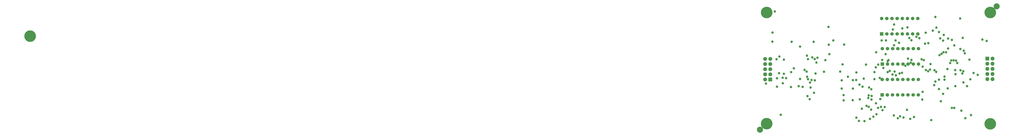
<source format=gbr>
%TF.GenerationSoftware,Altium Limited,Altium Designer,20.1.7 (139)*%
G04 Layer_Color=16711935*
%FSLAX44Y44*%
%MOMM*%
%TF.SameCoordinates,E03824B4-CBBF-40F0-B96A-956E77447FB1*%
%TF.FilePolarity,Negative*%
%TF.FileFunction,Soldermask,Bot*%
%TF.Part,Single*%
G01*
G75*
%TA.AperFunction,SMDPad,CuDef*%
%ADD31C,3.0000*%
%TA.AperFunction,ViaPad*%
%ADD32C,5.7032*%
%TA.AperFunction,ComponentPad*%
%ADD33C,1.7032*%
%ADD34R,1.7032X1.7032*%
%ADD35C,1.9032*%
%ADD36R,1.9032X1.9032*%
%TA.AperFunction,ViaPad*%
%ADD37C,1.2032*%
D31*
X436250Y480500D02*
D03*
X1600750Y1090750D02*
D03*
D32*
X1569750Y509750D02*
D03*
Y1059750D02*
D03*
X469750D02*
D03*
X-3153000Y942750D02*
D03*
X469750Y510250D02*
D03*
D33*
X1038550Y881450D02*
D03*
X1063950D02*
D03*
X1089350D02*
D03*
X1114750D02*
D03*
X1140150D02*
D03*
X1165550D02*
D03*
X1190950D02*
D03*
X1216350D02*
D03*
Y805250D02*
D03*
X1190950D02*
D03*
X1165550D02*
D03*
X1140150D02*
D03*
X1114750D02*
D03*
X1089350D02*
D03*
X1063950D02*
D03*
X1063300Y652300D02*
D03*
X1088700D02*
D03*
X1114100D02*
D03*
X1139500D02*
D03*
X1164900D02*
D03*
X1190300D02*
D03*
X1215700D02*
D03*
Y728500D02*
D03*
X1190300D02*
D03*
X1164900D02*
D03*
X1139500D02*
D03*
X1114100D02*
D03*
X1088700D02*
D03*
X1063300D02*
D03*
X1037900D02*
D03*
X1060600Y954050D02*
D03*
X1086000D02*
D03*
X1111400D02*
D03*
X1136800D02*
D03*
X1162200D02*
D03*
X1187600D02*
D03*
X1213000D02*
D03*
Y1030250D02*
D03*
X1187600D02*
D03*
X1162200D02*
D03*
X1136800D02*
D03*
X1111400D02*
D03*
X1086000D02*
D03*
X1060600D02*
D03*
X1035200D02*
D03*
D34*
X1038550Y805250D02*
D03*
X1037900Y652300D02*
D03*
X1035200Y954050D02*
D03*
D35*
X462000Y728500D02*
D03*
Y753900D02*
D03*
Y804700D02*
D03*
Y830100D02*
D03*
X487400Y753900D02*
D03*
Y804700D02*
D03*
Y830100D02*
D03*
X462000Y779300D02*
D03*
X487400D02*
D03*
X1580250Y832400D02*
D03*
Y807000D02*
D03*
Y756200D02*
D03*
Y730800D02*
D03*
X1554850Y807000D02*
D03*
Y756200D02*
D03*
Y730800D02*
D03*
X1580250Y781600D02*
D03*
X1554850D02*
D03*
D36*
X487400Y728500D02*
D03*
X1554850Y832400D02*
D03*
D37*
X509000Y1065250D02*
D03*
X1038061Y825550D02*
D03*
X1064729Y819729D02*
D03*
X1069250Y824250D02*
D03*
X1231358Y828957D02*
D03*
X1242500Y824500D02*
D03*
X1372175Y810364D02*
D03*
X1164500Y832000D02*
D03*
X1182000Y825250D02*
D03*
X1178250Y812247D02*
D03*
X1135250Y761500D02*
D03*
X1123631Y758500D02*
D03*
X1293000Y700750D02*
D03*
X1397500Y696250D02*
D03*
X1455000Y696000D02*
D03*
X1471399Y730149D02*
D03*
X1432250Y758500D02*
D03*
X1436506Y769720D02*
D03*
X1423243Y774534D02*
D03*
X1396750Y775050D02*
D03*
X1236325Y792350D02*
D03*
X1272750Y778000D02*
D03*
X1264132Y769650D02*
D03*
X1303880Y765850D02*
D03*
X1294940Y774861D02*
D03*
X1358790Y780750D02*
D03*
X971750Y593250D02*
D03*
X961040Y598662D02*
D03*
X983319Y579646D02*
D03*
X938000Y584400D02*
D03*
X977859Y534450D02*
D03*
X994284Y545198D02*
D03*
X1114750Y537500D02*
D03*
X1143000Y541000D02*
D03*
X1126000Y547250D02*
D03*
X1095642Y551321D02*
D03*
X1032000Y593250D02*
D03*
X1039250Y577250D02*
D03*
X1009610Y557110D02*
D03*
X1050000Y592250D02*
D03*
X1028241Y632000D02*
D03*
X986250Y648000D02*
D03*
X985435Y629500D02*
D03*
X968750Y637500D02*
D03*
X971750Y650250D02*
D03*
X1152004Y796900D02*
D03*
X1319750Y849000D02*
D03*
X1329661Y855766D02*
D03*
X1406750Y810000D02*
D03*
X1507750Y751750D02*
D03*
X1337500Y658000D02*
D03*
X1437750Y714750D02*
D03*
X1467250Y827250D02*
D03*
X1326500Y621750D02*
D03*
X1487350Y761403D02*
D03*
X1159457Y578707D02*
D03*
X1175750Y533750D02*
D03*
X1017500Y588750D02*
D03*
X1253000Y775650D02*
D03*
X1275750Y804750D02*
D03*
X1362250Y881750D02*
D03*
X1380880Y924707D02*
D03*
X1392150Y897409D02*
D03*
X1338871Y863793D02*
D03*
X1351500Y863750D02*
D03*
X1105750Y749500D02*
D03*
X1088207Y753207D02*
D03*
X1099087Y767500D02*
D03*
X1064416Y765650D02*
D03*
X1075010Y771287D02*
D03*
X1389038Y823299D02*
D03*
X1234750Y629500D02*
D03*
X1007614Y611050D02*
D03*
X1344000Y743000D02*
D03*
X1317400Y727800D02*
D03*
X1344000D02*
D03*
X1299750Y719000D02*
D03*
X1362000Y931000D02*
D03*
X1337250Y921000D02*
D03*
X1323227Y931850D02*
D03*
X1340643Y949143D02*
D03*
X1304250Y985750D02*
D03*
X1287000Y970000D02*
D03*
X1317250Y963000D02*
D03*
X1162500Y986250D02*
D03*
X1054500Y854250D02*
D03*
X1006620Y789120D02*
D03*
X1043650Y785500D02*
D03*
X1018250Y802663D02*
D03*
X1025645Y736250D02*
D03*
X999250Y730450D02*
D03*
X910750Y763500D02*
D03*
X946750Y732950D02*
D03*
X893750Y725350D02*
D03*
X909750Y726000D02*
D03*
X838500Y684100D02*
D03*
X685500Y688750D02*
D03*
X751750Y766750D02*
D03*
X710000Y758600D02*
D03*
X666250Y767500D02*
D03*
X655550Y776000D02*
D03*
X1103750Y922250D02*
D03*
X1056500Y921750D02*
D03*
X1035500Y922250D02*
D03*
X1007750Y863500D02*
D03*
X958250Y802650D02*
D03*
X941500Y693000D02*
D03*
X893750Y683600D02*
D03*
X646750Y692500D02*
D03*
X682750Y713750D02*
D03*
X690448Y725970D02*
D03*
X672750Y731000D02*
D03*
X668207Y742107D02*
D03*
X1096207Y898043D02*
D03*
X830750Y768250D02*
D03*
X842750Y803000D02*
D03*
X869250Y742500D02*
D03*
X1120500Y909750D02*
D03*
X1181750Y922500D02*
D03*
X1421000Y1030500D02*
D03*
X1422042Y879500D02*
D03*
X1299500Y1037500D02*
D03*
X999250Y765650D02*
D03*
X1090250Y976500D02*
D03*
X1136750Y981250D02*
D03*
X1206500Y939500D02*
D03*
X1220500Y933000D02*
D03*
X1252000Y960000D02*
D03*
X1264500Y908250D02*
D03*
X1171250Y933500D02*
D03*
X1248500Y905500D02*
D03*
X926000Y703750D02*
D03*
X973500Y688750D02*
D03*
X984750Y680250D02*
D03*
X927250Y630500D02*
D03*
X681000Y631500D02*
D03*
X627000Y696250D02*
D03*
X633500Y731600D02*
D03*
X706250Y724250D02*
D03*
X758000Y824500D02*
D03*
X672500Y829250D02*
D03*
X693750Y838000D02*
D03*
X719250Y836600D02*
D03*
X588750Y691500D02*
D03*
X565000Y736000D02*
D03*
X603250Y783750D02*
D03*
X590000Y765500D02*
D03*
X554500Y827000D02*
D03*
X532000Y842750D02*
D03*
X497250Y915750D02*
D03*
X1096000Y1001000D02*
D03*
X1236500Y668250D02*
D03*
X1317000Y681500D02*
D03*
X670250Y646500D02*
D03*
X702250Y663250D02*
D03*
X893000Y626250D02*
D03*
X848250Y652000D02*
D03*
Y626000D02*
D03*
X851000Y902000D02*
D03*
X633750Y891500D02*
D03*
X714000Y812750D02*
D03*
X1398750Y755500D02*
D03*
X1434250Y934759D02*
D03*
X1551250Y919000D02*
D03*
X1530641Y925859D02*
D03*
X1427100Y574565D02*
D03*
X1475000Y552750D02*
D03*
X1446750Y537250D02*
D03*
X1380350Y588250D02*
D03*
X1392350D02*
D03*
X1360000Y684500D02*
D03*
X700750Y915500D02*
D03*
X592500Y915000D02*
D03*
X498000Y961000D02*
D03*
X530750Y760000D02*
D03*
X554543Y756457D02*
D03*
X548250Y737250D02*
D03*
X549000Y710250D02*
D03*
X520750Y693250D02*
D03*
X520000Y734500D02*
D03*
X466100Y708250D02*
D03*
X518250Y829000D02*
D03*
X539000Y554250D02*
D03*
X1279000Y528250D02*
D03*
X910500Y540000D02*
D03*
X1194750Y543750D02*
D03*
X923500Y524250D02*
D03*
X950750Y523000D02*
D03*
X705500Y829250D02*
D03*
X773500Y988500D02*
D03*
X778000Y854500D02*
D03*
X668000Y846350D02*
D03*
X838750Y724250D02*
D03*
X1377000Y822750D02*
D03*
X1400986Y822190D02*
D03*
X1439000Y871000D02*
D03*
X1444500Y858750D02*
D03*
X797000Y922250D02*
D03*
X775500Y900750D02*
D03*
%TF.MD5,ced8279e73ce8635a105b5de20bf5bbc*%
M02*

</source>
